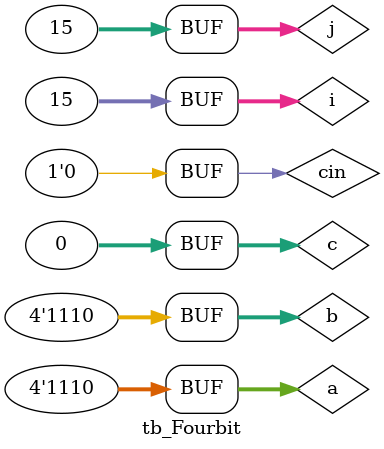
<source format=v>

module tb_Fourbit();

  reg [3:0]a;
  reg [3:0]b;
  reg cin;
  wire [3:0]sum;
  wire cout;

integer i,j,c=0;

Four_bitadder FBA1(

  .a(a),
  .b(b),
  .cin(cin),
  .s(sum),
  .cout(cout)
);

initial begin
  $monitor($time,"  a=%b  b=%b  cin=%0b  sum=%0d  cout=%b",a,b,cin,sum,cout);
end


initial begin

  for(i=0;i<15;i=i+1) begin
    for(j=0;j<15;j=j+1) begin
      #1 a=i; b=j; cin=~(&i | |j);
        
    end
  end

end

endmodule
</source>
